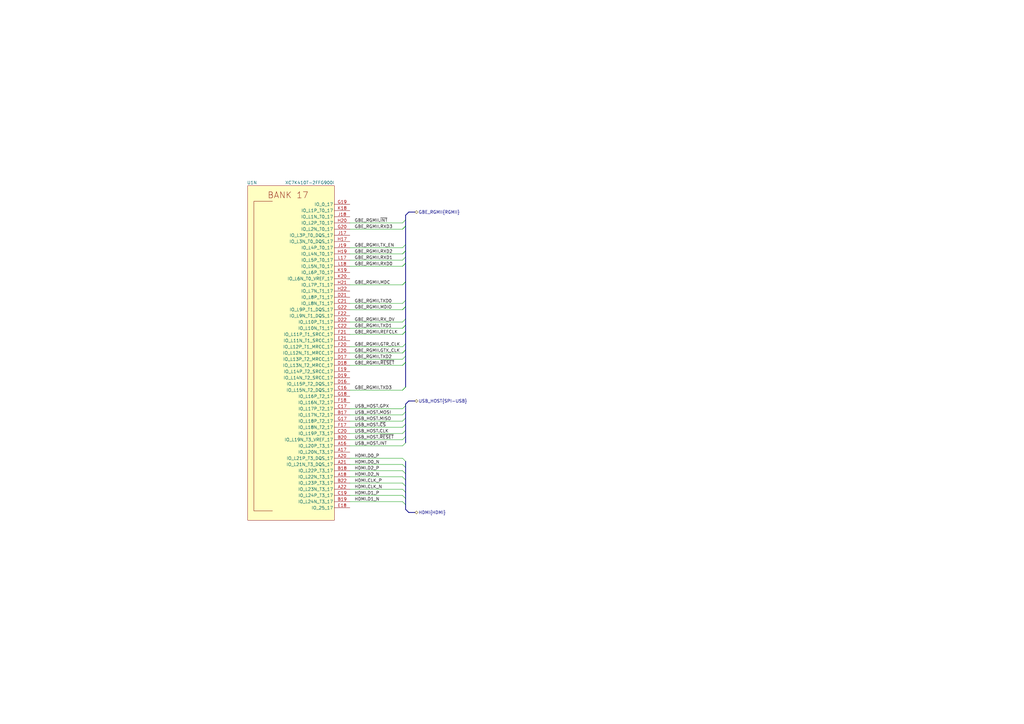
<source format=kicad_sch>
(kicad_sch (version 20211123) (generator eeschema)
  (paper "A3")
  (title_block (title "K410T devboard") (date "2023-01-02") (rev "0.0.99"))
  (bus_entry (at 166.37 102.87) (size -1.27 1.27))
  (bus_entry (at 166.37 140.97) (size -1.27 1.27))
  (bus_entry (at 165.1 203.2) (size 1.27 1.27))
  (bus_entry (at 166.37 168.91) (size -1.27 1.27))
  (bus_entry (at 166.37 166.37) (size -1.27 1.27))
  (bus_entry (at 166.37 92.71) (size -1.27 1.27))
  (bus_entry (at 165.1 182.88) (size 1.27 -1.27))
  (bus_entry (at 166.37 102.87) (size -1.27 1.27))
  (bus_entry (at 166.37 143.51) (size -1.27 1.27))
  (bus_entry (at 166.37 125.73) (size -1.27 1.27))
  (bus_entry (at 166.37 173.99) (size -1.27 1.27))
  (bus_entry (at 166.37 135.89) (size -1.27 1.27))
  (bus_entry (at 165.1 180.34) (size 1.27 -1.27))
  (bus_entry (at 165.1 198.12) (size 1.27 1.27))
  (bus_entry (at 165.1 205.74) (size 1.27 1.27))
  (bus_entry (at 166.37 135.89) (size -1.27 1.27))
  (bus_entry (at 166.37 100.33) (size -1.27 1.27))
  (bus_entry (at 165.1 193.04) (size 1.27 1.27))
  (bus_entry (at 166.37 107.95) (size -1.27 1.27))
  (bus_entry (at 166.37 130.81) (size -1.27 1.27))
  (bus_entry (at 166.37 148.59) (size -1.27 1.27))
  (bus_entry (at 166.37 92.71) (size -1.27 1.27))
  (bus_entry (at 166.37 146.05) (size -1.27 1.27))
  (bus_entry (at 165.1 200.66) (size 1.27 1.27))
  (bus_entry (at 166.37 123.19) (size -1.27 1.27))
  (bus_entry (at 166.37 115.57) (size -1.27 1.27))
  (bus_entry (at 166.37 115.57) (size -1.27 1.27))
  (bus_entry (at 166.37 125.73) (size -1.27 1.27))
  (bus_entry (at 166.37 133.35) (size -1.27 1.27))
  (bus_entry (at 166.37 158.75) (size -1.27 1.27))
  (bus_entry (at 166.37 133.35) (size -1.27 1.27))
  (bus_entry (at 166.37 90.17) (size -1.27 1.27))
  (bus_entry (at 166.37 143.51) (size -1.27 1.27))
  (bus_entry (at 166.37 158.75) (size -1.27 1.27))
  (bus_entry (at 165.1 195.58) (size 1.27 1.27))
  (bus_entry (at 165.1 187.96) (size 1.27 1.27))
  (bus_entry (at 166.37 171.45) (size -1.27 1.27))
  (bus_entry (at 166.37 176.53) (size -1.27 1.27))
  (bus_entry (at 166.37 148.59) (size -1.27 1.27))
  (bus_entry (at 165.1 190.5) (size 1.27 1.27))
  (bus_entry (at 166.37 105.41) (size -1.27 1.27))
  (bus_entry (at 166.37 107.95) (size -1.27 1.27))
  (wire (pts (xy 165.1 172.72) (xy 143.51 172.72)))
  (wire (pts (xy 165.1 198.12) (xy 143.51 198.12)))
  (bus (pts (xy 166.37 194.31) (xy 166.37 196.85)))
  (wire (pts (xy 165.1 160.02) (xy 143.51 160.02)))
  (wire (pts (xy 165.1 104.14) (xy 143.51 104.14)))
  (bus (pts (xy 166.37 179.07) (xy 166.37 176.53)))
  (bus (pts (xy 166.37 105.41) (xy 166.37 107.95)))
  (bus (pts (xy 166.37 191.77) (xy 166.37 194.31)))
  (bus (pts (xy 166.37 181.61) (xy 166.37 179.07)))
  (bus (pts (xy 166.37 146.05) (xy 166.37 148.59)))
  (bus (pts (xy 166.37 140.97) (xy 166.37 143.51)))
  (bus (pts (xy 166.37 92.71) (xy 166.37 100.33)))
  (bus (pts (xy 170.18 86.995) (xy 167.64 86.995)))
  (bus (pts (xy 166.37 133.35) (xy 166.37 135.89)))
  (bus (pts (xy 166.37 100.33) (xy 166.37 102.87)))
  (bus (pts (xy 166.37 204.47) (xy 166.37 207.01)))
  (bus (pts (xy 166.37 88.265) (xy 166.37 90.17)))
  (wire (pts (xy 165.1 106.68) (xy 143.51 106.68)))
  (bus (pts (xy 166.37 107.95) (xy 166.37 115.57)))
  (wire (pts (xy 165.1 205.74) (xy 143.51 205.74)))
  (bus (pts (xy 166.37 88.265) (xy 167.64 86.995)))
  (bus (pts (xy 166.37 176.53) (xy 166.37 173.99)))
  (wire (pts (xy 165.1 144.78) (xy 143.51 144.78)))
  (bus (pts (xy 166.37 123.19) (xy 166.37 125.73)))
  (wire (pts (xy 165.1 190.5) (xy 143.51 190.5)))
  (wire (pts (xy 165.1 147.32) (xy 143.51 147.32)))
  (wire (pts (xy 165.1 187.96) (xy 143.51 187.96)))
  (wire (pts (xy 165.1 91.44) (xy 143.51 91.44)))
  (wire (pts (xy 165.1 127) (xy 143.51 127)))
  (wire (pts (xy 165.1 167.64) (xy 143.51 167.64)))
  (bus (pts (xy 166.37 168.91) (xy 166.37 166.37)))
  (bus (pts (xy 166.37 189.23) (xy 166.37 191.77)))
  (wire (pts (xy 165.1 180.34) (xy 143.51 180.34)))
  (bus (pts (xy 166.37 173.99) (xy 166.37 171.45)))
  (bus (pts (xy 166.37 166.37) (xy 166.37 165.735)))
  (wire (pts (xy 165.1 142.24) (xy 143.51 142.24)))
  (wire (pts (xy 165.1 137.16) (xy 143.51 137.16)))
  (wire (pts (xy 143.51 177.8) (xy 165.1 177.8)))
  (bus (pts (xy 170.18 210.185) (xy 167.64 210.185)))
  (wire (pts (xy 165.1 116.84) (xy 143.51 116.84)))
  (wire (pts (xy 165.1 101.6) (xy 143.51 101.6)))
  (bus (pts (xy 166.37 148.59) (xy 166.37 158.75)))
  (wire (pts (xy 165.1 200.66) (xy 143.51 200.66)))
  (bus (pts (xy 166.37 102.87) (xy 166.37 105.41)))
  (bus (pts (xy 166.37 196.85) (xy 166.37 199.39)))
  (wire (pts (xy 165.1 195.58) (xy 143.51 195.58)))
  (wire (pts (xy 165.1 134.62) (xy 143.51 134.62)))
  (wire (pts (xy 165.1 170.18) (xy 143.51 170.18)))
  (bus (pts (xy 166.37 171.45) (xy 166.37 168.91)))
  (bus (pts (xy 166.37 207.01) (xy 166.37 208.915)))
  (bus (pts (xy 166.37 201.93) (xy 166.37 204.47)))
  (bus (pts (xy 166.37 115.57) (xy 166.37 123.19)))
  (wire (pts (xy 165.1 175.26) (xy 143.51 175.26)))
  (wire (pts (xy 165.1 93.98) (xy 143.51 93.98)))
  (wire (pts (xy 165.1 109.22) (xy 143.51 109.22)))
  (bus (pts (xy 166.37 135.89) (xy 166.37 140.97)))
  (wire (pts (xy 165.1 124.46) (xy 143.51 124.46)))
  (bus (pts (xy 170.18 164.465) (xy 167.64 164.465)))
  (wire (pts (xy 165.1 193.04) (xy 143.51 193.04)))
  (bus (pts (xy 166.37 143.51) (xy 166.37 146.05)))
  (bus (pts (xy 166.37 125.73) (xy 166.37 130.81)))
  (bus (pts (xy 166.37 199.39) (xy 166.37 201.93)))
  (wire (pts (xy 165.1 149.86) (xy 143.51 149.86)))
  (bus (pts (xy 166.37 90.17) (xy 166.37 92.71)))
  (bus (pts (xy 166.37 130.81) (xy 166.37 133.35)))
  (wire (pts (xy 165.1 203.2) (xy 143.51 203.2)))
  (wire (pts (xy 143.51 182.88) (xy 165.1 182.88)))
  (wire (pts (xy 165.1 132.08) (xy 143.51 132.08)))
  (bus (pts (xy 166.37 208.915) (xy 167.64 210.185)))
  (bus (pts (xy 166.37 165.735) (xy 167.64 164.465)))
  (label "GBE_RGMII.TXD1" (at 145.415 134.62 0))
  (label "HDMI.D2_N" (at 145.415 195.58 0))
  (label "USB_HOST.GPX" (at 145.415 167.64 0))
  (label "HDMI.D1_N" (at 145.415 205.74 0))
  (label "GBE_RGMII.~{RESET}" (at 145.415 149.86 0))
  (label "HDMI.D1_P" (at 145.415 203.2 0))
  (label "GBE_RGMII.RXD2" (at 145.415 104.14 0))
  (label "GBE_RGMII.RXD0" (at 145.415 109.22 0))
  (label "GBE_RGMII.GTR_CLK" (at 145.415 142.24 0))
  (label "USB_HOST.MISO" (at 145.415 172.72 0))
  (label "USB_HOST.~{RESET}" (at 145.415 180.34 0))
  (label "GBE_RGMII.RX_DV" (at 145.415 132.08 0))
  (label "GBE_RGMII.TXD2" (at 145.415 147.32 0))
  (label "GBE_RGMII.MDC" (at 145.415 116.84 0))
  (label "HDMI.CLK_N" (at 145.415 200.66 0))
  (label "HDMI.D0_P" (at 145.415 187.96 0))
  (label "USB_HOST.MOSI" (at 145.415 170.18 0))
  (label "GBE_RGMII.~{INT}" (at 145.415 91.44 0))
  (label "GBE_RGMII.MDIO" (at 145.415 127 0))
  (label "GBE_RGMII.TXD3" (at 145.415 160.02 0))
  (label "GBE_RGMII.RXD3" (at 145.415 93.98 0))
  (label "HDMI.D2_P" (at 145.415 193.04 0))
  (label "USB_HOST.CLK" (at 145.415 177.8 0))
  (label "HDMI.CLK_P" (at 145.415 198.12 0))
  (label "GBE_RGMII.GTX_CLK" (at 145.415 144.78 0))
  (label "HDMI.D0_N" (at 145.415 190.5 0))
  (label "GBE_RGMII.TXD0" (at 145.415 124.46 0))
  (label "USB_HOST.~{CS}" (at 145.415 175.26 0))
  (label "GBE_RGMII.TX_EN" (at 145.415 101.6 0))
  (label "USB_HOST.INT" (at 145.415 182.88 0))
  (label "GBE_RGMII.REFCLK" (at 145.415 137.16 0))
  (label "GBE_RGMII.RXD1" (at 145.415 106.68 0))
  (hierarchical_label "GBE_RGMII{RGMII}" (shape bidirectional) (at 170.18 86.995 0))
  (hierarchical_label "HDMI{HDMI}" (shape bidirectional) (at 170.18 210.185 0))
  (hierarchical_label "USB_HOST{SPI-USB}" (shape bidirectional) (at 170.18 164.465 0))
  (symbol (lib_id "antmicroMicrocontrollers:XC7K410T-2FFG900I") (at 119.38 144.78 0) (unit 14)
    (property "Reference" "U1" (at 105.41 74.93 0) (effects (justify right)))
    (property "Value" "XC7K410T-2FFG900I" (at 137.16 74.93 0) (effects (justify right)))
    (property "Footprint" "antmicro-footprints:xc7k410t-2ffg900I" (effects hide))
    (property "Datasheet" "https://eu.mouser.com/datasheet/2/903/ds180_7Series_Overview-1591537.pdf" (effects hide))
    (property "Manufacturer" "Xilinx" (effects hide))
    (property "MPN" "XC7K410T-2FFG900I" (effects hide))
  )
)
</source>
